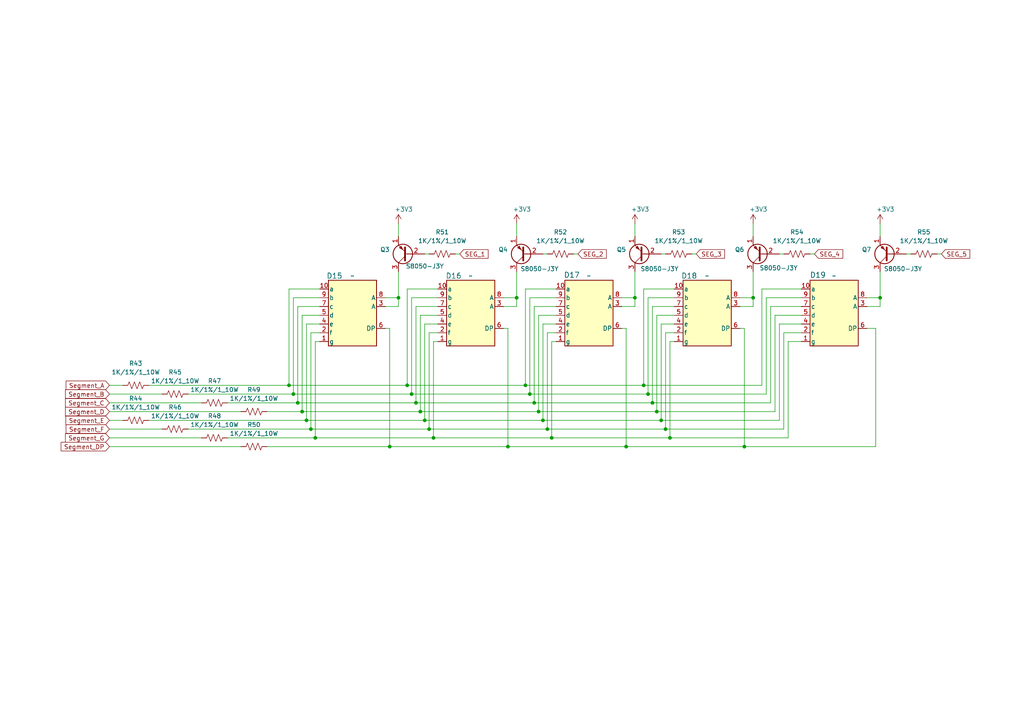
<source format=kicad_sch>
(kicad_sch (version 20231120) (generator "eeschema") (generator_version "8.0")
  (paper "A4")
  (lib_symbols
    (symbol "Measurement_Power_AC:Res_1K_0603_1%" (pin_numbers hide) (pin_names hide)
      (property "Reference" "R" (at 3.556 2.54 0))
      (property "Value" "1K/1%/1_10W" (at 4.064 -2.54 0))
      (symbol "Res_1K_0603_1%_0_1"
        (polyline (pts (xy 1.524 0) (xy 1.27 0)))
        (polyline (pts (xy 6.096 0) (xy 6.35 0)))
        (polyline (pts (xy 1.524 0) (xy 1.905 1.016) (xy 2.286 0) (xy 2.667 -1.016) (xy 3.048 0)))
        (polyline (pts (xy 3.048 0) (xy 3.429 1.016) (xy 3.81 0) (xy 4.191 -1.016) (xy 4.572 0)))
        (polyline (pts (xy 4.572 0) (xy 4.953 1.016) (xy 5.334 0) (xy 5.715 -1.016) (xy 6.096 0)))
      )
      (symbol "Res_1K_0603_1%_1_1"
        (pin passive line (at 0 0 0) (length 1.27) (name "~") (number "1"))
        (pin passive line (at 7.62 0 180) (length 1.27) (name "~") (number "2"))
      )
    )
    (symbol "Measurement_Power_AC:S8050-J3Y" (pin_names (offset 0) hide)
      (property "Reference" "Q" (at 5.08 1.905 0))
      (property "Value" "S8050-J3Y" (at 5.08 0 0))
      (symbol "S8050-J3Y_0_1"
        (polyline (pts (xy 0 0) (xy 0.635 0)))
        (polyline (pts (xy 2.54 -2.54) (xy 0.635 -0.635)))
        (polyline (pts (xy 2.54 2.54) (xy 0.635 0.635)))
        (polyline (pts (xy 0.635 1.905) (xy 0.635 -1.905) (xy 0.635 -1.905)) (stroke (width 0.508)) (fill (type outline)))
        (polyline (pts (xy 1.778 -2.286) (xy 2.286 -1.778) (xy 1.27 -1.27) (xy 1.778 -2.286) (xy 1.778 -2.286)) (fill (type outline)))
        (circle (center 1.27 0) (radius 2.8194) (stroke (width 0.254)))
      )
      (symbol "S8050-J3Y_1_1"
        (pin passive line (at 2.54 -5.08 90) (length 2.54) (name "E") (number "1"))
        (pin input line (at -5.08 0 0) (length 5.08) (name "B") (number "2"))
        (pin passive line (at 2.54 5.08 270) (length 2.54) (name "C") (number "3"))
      )
    )
    (symbol "Measurement_Power_AC:SM420563N" (pin_names (offset 0.254))
      (property "Reference" "D" (at 0.508 20.828 0))
      (symbol "SM420563N_0_1"
        (pin unspecified line (at -2.54 16.51 0) (length 2.54) (name "a") (number "10"))
        (pin unspecified line (at -2.54 3.81 0) (length 2.54) (name "f") (number "2"))
        (pin unspecified line (at 16.51 11.43 180) (length 2.54) (name "A") (number "3"))
        (pin unspecified line (at -2.54 6.35 0) (length 2.54) (name "e") (number "4"))
        (pin unspecified line (at -2.54 8.89 0) (length 2.54) (name "d") (number "5"))
        (pin unspecified line (at 16.51 5.08 180) (length 2.54) (name "DP") (number "6"))
        (pin unspecified line (at -2.54 11.43 0) (length 2.54) (name "c") (number "7"))
        (pin unspecified line (at 16.51 13.97 180) (length 2.54) (name "A") (number "8"))
        (pin unspecified line (at -2.54 13.97 0) (length 2.54) (name "b") (number "9"))
      )
      (symbol "SM420563N_1_1"
        (rectangle (start 0 19.05) (end 13.97 0) (stroke (width 0.254)) (fill (type background)))
        (pin unspecified line (at -2.54 1.27 0) (length 2.54) (name "g") (number "1"))
      )
    )
    (symbol "power:+3V3" (power) (pin_numbers hide) (pin_names (offset 0) hide)
      (property "Value" "+3V3" (at 0 3.556 0))
      (symbol "+3V3_0_1"
        (polyline (pts (xy -0.762 1.27) (xy 0 2.54)))
        (polyline (pts (xy 0 0) (xy 0 2.54)))
        (polyline (pts (xy 0 2.54) (xy 0.762 1.27)))
      )
      (symbol "+3V3_1_1"
        (pin power_in line (at 0 0 90) (length 0) (name "~") (number "1"))
      )
    )
  )
  (junction (at 181.61 129.54))
  (junction (at 118.11 111.76))
  (junction (at 255.27 86.36))
  (junction (at 90.17 124.46))
  (junction (at 189.23 116.84))
  (junction (at 153.67 114.3))
  (junction (at 120.65 116.84))
  (junction (at 123.19 121.92))
  (junction (at 91.44 127))
  (junction (at 86.36 116.84))
  (junction (at 158.75 124.46))
  (junction (at 113.03 129.54))
  (junction (at 154.94 116.84))
  (junction (at 88.9 121.92))
  (junction (at 187.96 114.3))
  (junction (at 115.57 86.36))
  (junction (at 121.92 119.38))
  (junction (at 149.86 86.36))
  (junction (at 160.02 127))
  (junction (at 147.32 129.54))
  (junction (at 87.63 119.38))
  (junction (at 191.77 121.92))
  (junction (at 156.21 119.38))
  (junction (at 193.04 124.46))
  (junction (at 124.46 124.46))
  (junction (at 184.15 86.36))
  (junction (at 215.9 129.54))
  (junction (at 157.48 121.92))
  (junction (at 119.38 114.3))
  (junction (at 152.4 111.76))
  (junction (at 83.82 111.76))
  (junction (at 194.31 127))
  (junction (at 186.69 111.76))
  (junction (at 85.09 114.3))
  (junction (at 190.5 119.38))
  (junction (at 218.44 86.36))
  (junction (at 125.73 127))
  (wire (pts (xy 254 129.54) (xy 254 95.25)))
  (wire (pts (xy 87.63 91.44) (xy 87.63 119.38)))
  (wire (pts (xy 123.19 121.92) (xy 157.48 121.92)))
  (wire (pts (xy 160.02 99.06) (xy 160.02 127)))
  (wire (pts (xy 220.98 83.82) (xy 232.41 83.82)))
  (wire (pts (xy 92.71 83.82) (xy 83.82 83.82)))
  (wire (pts (xy 153.67 86.36) (xy 153.67 114.3)))
  (wire (pts (xy 156.21 91.44) (xy 156.21 119.38)))
  (wire (pts (xy 232.41 93.98) (xy 226.06 93.98)))
  (wire (pts (xy 91.44 99.06) (xy 91.44 127)))
  (wire (pts (xy 190.5 91.44) (xy 190.5 119.38)))
  (wire (pts (xy 195.58 86.36) (xy 187.96 86.36)))
  (wire (pts (xy 218.44 88.9) (xy 218.44 86.36)))
  (wire (pts (xy 232.41 86.36) (xy 222.25 86.36)))
  (wire (pts (xy 161.29 86.36) (xy 153.67 86.36)))
  (wire (pts (xy 191.77 93.98) (xy 191.77 121.92)))
  (wire (pts (xy 160.02 127) (xy 194.31 127)))
  (wire (pts (xy 83.82 83.82) (xy 83.82 111.76)))
  (wire (pts (xy 226.06 93.98) (xy 226.06 121.92)))
  (wire (pts (xy 223.52 116.84) (xy 223.52 88.9)))
  (wire (pts (xy 223.52 88.9) (xy 232.41 88.9)))
  (wire (pts (xy 149.86 86.36) (xy 149.86 78.74)))
  (wire (pts (xy 54.61 124.46) (xy 90.17 124.46)))
  (wire (pts (xy 161.29 83.82) (xy 152.4 83.82)))
  (wire (pts (xy 218.44 86.36) (xy 218.44 78.74)))
  (wire (pts (xy 31.75 114.3) (xy 46.99 114.3)))
  (wire (pts (xy 152.4 111.76) (xy 186.69 111.76)))
  (wire (pts (xy 111.76 95.25) (xy 113.03 95.25)))
  (wire (pts (xy 119.38 114.3) (xy 153.67 114.3)))
  (wire (pts (xy 92.71 91.44) (xy 87.63 91.44)))
  (wire (pts (xy 232.41 99.06) (xy 228.6 99.06)))
  (wire (pts (xy 255.27 64.77) (xy 255.27 68.58)))
  (wire (pts (xy 166.37 73.66) (xy 167.64 73.66)))
  (wire (pts (xy 124.46 96.52) (xy 124.46 124.46)))
  (wire (pts (xy 220.98 111.76) (xy 220.98 83.82)))
  (wire (pts (xy 158.75 124.46) (xy 193.04 124.46)))
  (wire (pts (xy 146.05 88.9) (xy 149.86 88.9)))
  (wire (pts (xy 118.11 83.82) (xy 118.11 111.76)))
  (wire (pts (xy 127 86.36) (xy 119.38 86.36)))
  (wire (pts (xy 31.75 111.76) (xy 35.56 111.76)))
  (wire (pts (xy 154.94 88.9) (xy 154.94 116.84)))
  (wire (pts (xy 92.71 96.52) (xy 90.17 96.52)))
  (wire (pts (xy 181.61 129.54) (xy 215.9 129.54)))
  (wire (pts (xy 113.03 95.25) (xy 113.03 129.54)))
  (wire (pts (xy 66.04 116.84) (xy 86.36 116.84)))
  (wire (pts (xy 152.4 83.82) (xy 152.4 111.76)))
  (wire (pts (xy 226.06 73.66) (xy 227.33 73.66)))
  (wire (pts (xy 147.32 129.54) (xy 181.61 129.54)))
  (wire (pts (xy 215.9 95.25) (xy 215.9 129.54)))
  (wire (pts (xy 161.29 88.9) (xy 154.94 88.9)))
  (wire (pts (xy 158.75 96.52) (xy 158.75 124.46)))
  (wire (pts (xy 120.65 88.9) (xy 120.65 116.84)))
  (wire (pts (xy 92.71 99.06) (xy 91.44 99.06)))
  (wire (pts (xy 90.17 96.52) (xy 90.17 124.46)))
  (wire (pts (xy 83.82 111.76) (xy 118.11 111.76)))
  (wire (pts (xy 195.58 96.52) (xy 193.04 96.52)))
  (wire (pts (xy 251.46 88.9) (xy 255.27 88.9)))
  (wire (pts (xy 88.9 121.92) (xy 123.19 121.92)))
  (wire (pts (xy 161.29 93.98) (xy 157.48 93.98)))
  (wire (pts (xy 161.29 91.44) (xy 156.21 91.44)))
  (wire (pts (xy 92.71 88.9) (xy 86.36 88.9)))
  (wire (pts (xy 119.38 86.36) (xy 119.38 114.3)))
  (wire (pts (xy 180.34 95.25) (xy 181.61 95.25)))
  (wire (pts (xy 127 88.9) (xy 120.65 88.9)))
  (wire (pts (xy 186.69 83.82) (xy 186.69 111.76)))
  (wire (pts (xy 120.65 116.84) (xy 154.94 116.84)))
  (wire (pts (xy 181.61 95.25) (xy 181.61 129.54)))
  (wire (pts (xy 194.31 99.06) (xy 194.31 127)))
  (wire (pts (xy 125.73 99.06) (xy 125.73 127)))
  (wire (pts (xy 43.18 111.76) (xy 83.82 111.76)))
  (wire (pts (xy 189.23 88.9) (xy 189.23 116.84)))
  (wire (pts (xy 193.04 124.46) (xy 227.33 124.46)))
  (wire (pts (xy 127 83.82) (xy 118.11 83.82)))
  (wire (pts (xy 154.94 116.84) (xy 189.23 116.84)))
  (wire (pts (xy 187.96 114.3) (xy 222.25 114.3)))
  (wire (pts (xy 214.63 88.9) (xy 218.44 88.9)))
  (wire (pts (xy 157.48 93.98) (xy 157.48 121.92)))
  (wire (pts (xy 149.86 64.77) (xy 149.86 68.58)))
  (wire (pts (xy 111.76 86.36) (xy 115.57 86.36)))
  (wire (pts (xy 251.46 86.36) (xy 255.27 86.36)))
  (wire (pts (xy 146.05 86.36) (xy 149.86 86.36)))
  (wire (pts (xy 194.31 127) (xy 228.6 127)))
  (wire (pts (xy 127 99.06) (xy 125.73 99.06)))
  (wire (pts (xy 127 91.44) (xy 121.92 91.44)))
  (wire (pts (xy 85.09 114.3) (xy 119.38 114.3)))
  (wire (pts (xy 195.58 99.06) (xy 194.31 99.06)))
  (wire (pts (xy 77.47 129.54) (xy 113.03 129.54)))
  (wire (pts (xy 149.86 88.9) (xy 149.86 86.36)))
  (wire (pts (xy 77.47 119.38) (xy 87.63 119.38)))
  (wire (pts (xy 86.36 88.9) (xy 86.36 116.84)))
  (wire (pts (xy 189.23 116.84) (xy 223.52 116.84)))
  (wire (pts (xy 262.89 73.66) (xy 264.16 73.66)))
  (wire (pts (xy 123.19 73.66) (xy 124.46 73.66)))
  (wire (pts (xy 161.29 99.06) (xy 160.02 99.06)))
  (wire (pts (xy 180.34 88.9) (xy 184.15 88.9)))
  (wire (pts (xy 255.27 86.36) (xy 255.27 78.74)))
  (wire (pts (xy 157.48 73.66) (xy 158.75 73.66)))
  (wire (pts (xy 86.36 116.84) (xy 120.65 116.84)))
  (wire (pts (xy 118.11 111.76) (xy 152.4 111.76)))
  (wire (pts (xy 111.76 88.9) (xy 115.57 88.9)))
  (wire (pts (xy 91.44 127) (xy 125.73 127)))
  (wire (pts (xy 127 93.98) (xy 123.19 93.98)))
  (wire (pts (xy 161.29 96.52) (xy 158.75 96.52)))
  (wire (pts (xy 195.58 83.82) (xy 186.69 83.82)))
  (wire (pts (xy 224.79 91.44) (xy 224.79 119.38)))
  (wire (pts (xy 146.05 95.25) (xy 147.32 95.25)))
  (wire (pts (xy 271.78 73.66) (xy 273.05 73.66)))
  (wire (pts (xy 191.77 121.92) (xy 226.06 121.92)))
  (wire (pts (xy 222.25 86.36) (xy 222.25 114.3)))
  (wire (pts (xy 186.69 111.76) (xy 220.98 111.76)))
  (wire (pts (xy 31.75 116.84) (xy 58.42 116.84)))
  (wire (pts (xy 184.15 88.9) (xy 184.15 86.36)))
  (wire (pts (xy 31.75 124.46) (xy 46.99 124.46)))
  (wire (pts (xy 124.46 124.46) (xy 158.75 124.46)))
  (wire (pts (xy 234.95 73.66) (xy 236.22 73.66)))
  (wire (pts (xy 115.57 86.36) (xy 115.57 78.74)))
  (wire (pts (xy 87.63 119.38) (xy 121.92 119.38)))
  (wire (pts (xy 254 95.25) (xy 251.46 95.25)))
  (wire (pts (xy 54.61 114.3) (xy 85.09 114.3)))
  (wire (pts (xy 115.57 64.77) (xy 115.57 68.58)))
  (wire (pts (xy 147.32 95.25) (xy 147.32 129.54)))
  (wire (pts (xy 227.33 96.52) (xy 232.41 96.52)))
  (wire (pts (xy 31.75 129.54) (xy 69.85 129.54)))
  (wire (pts (xy 227.33 124.46) (xy 227.33 96.52)))
  (wire (pts (xy 121.92 91.44) (xy 121.92 119.38)))
  (wire (pts (xy 187.96 86.36) (xy 187.96 114.3)))
  (wire (pts (xy 193.04 96.52) (xy 193.04 124.46)))
  (wire (pts (xy 195.58 91.44) (xy 190.5 91.44)))
  (wire (pts (xy 127 96.52) (xy 124.46 96.52)))
  (wire (pts (xy 133.35 73.66) (xy 132.08 73.66)))
  (wire (pts (xy 31.75 121.92) (xy 35.56 121.92)))
  (wire (pts (xy 88.9 93.98) (xy 88.9 121.92)))
  (wire (pts (xy 184.15 64.77) (xy 184.15 68.58)))
  (wire (pts (xy 92.71 93.98) (xy 88.9 93.98)))
  (wire (pts (xy 156.21 119.38) (xy 190.5 119.38)))
  (wire (pts (xy 153.67 114.3) (xy 187.96 114.3)))
  (wire (pts (xy 43.18 121.92) (xy 88.9 121.92)))
  (wire (pts (xy 125.73 127) (xy 160.02 127)))
  (wire (pts (xy 92.71 86.36) (xy 85.09 86.36)))
  (wire (pts (xy 180.34 86.36) (xy 184.15 86.36)))
  (wire (pts (xy 115.57 88.9) (xy 115.57 86.36)))
  (wire (pts (xy 232.41 91.44) (xy 224.79 91.44)))
  (wire (pts (xy 190.5 119.38) (xy 224.79 119.38)))
  (wire (pts (xy 31.75 119.38) (xy 69.85 119.38)))
  (wire (pts (xy 184.15 86.36) (xy 184.15 78.74)))
  (wire (pts (xy 123.19 93.98) (xy 123.19 121.92)))
  (wire (pts (xy 85.09 86.36) (xy 85.09 114.3)))
  (wire (pts (xy 214.63 95.25) (xy 215.9 95.25)))
  (wire (pts (xy 218.44 64.77) (xy 218.44 68.58)))
  (wire (pts (xy 157.48 121.92) (xy 191.77 121.92)))
  (wire (pts (xy 255.27 88.9) (xy 255.27 86.36)))
  (wire (pts (xy 90.17 124.46) (xy 124.46 124.46)))
  (wire (pts (xy 215.9 129.54) (xy 254 129.54)))
  (wire (pts (xy 214.63 86.36) (xy 218.44 86.36)))
  (wire (pts (xy 195.58 93.98) (xy 191.77 93.98)))
  (wire (pts (xy 66.04 127) (xy 91.44 127)))
  (wire (pts (xy 228.6 99.06) (xy 228.6 127)))
  (wire (pts (xy 195.58 88.9) (xy 189.23 88.9)))
  (wire (pts (xy 191.77 73.66) (xy 193.04 73.66)))
  (wire (pts (xy 113.03 129.54) (xy 147.32 129.54)))
  (wire (pts (xy 200.66 73.66) (xy 201.93 73.66)))
  (wire (pts (xy 31.75 127) (xy 58.42 127)))
  (wire (pts (xy 121.92 119.38) (xy 156.21 119.38)))
  (global_label "SEG_1" (shape input) (at 133.35 73.66 0) (property "Intersheetrefs" "${INTERSHEET_REFS}" (effects (hide yes))))
  (global_label "Segment_D" (shape input) (at 31.75 119.38 180) (property "Intersheetrefs" "${INTERSHEET_REFS}" (effects (hide yes))))
  (global_label "SEG_4" (shape input) (at 236.22 73.66 0) (property "Intersheetrefs" "${INTERSHEET_REFS}" (effects (hide yes))))
  (global_label "Segment_G" (shape input) (at 31.75 127 180) (property "Intersheetrefs" "${INTERSHEET_REFS}" (effects (hide yes))))
  (global_label "Segment_F" (shape input) (at 31.75 124.46 180) (property "Intersheetrefs" "${INTERSHEET_REFS}" (effects (hide yes))))
  (global_label "Segment_A" (shape input) (at 31.75 111.76 180) (property "Intersheetrefs" "${INTERSHEET_REFS}" (effects (hide yes))))
  (global_label "Segment_E" (shape input) (at 31.75 121.92 180) (property "Intersheetrefs" "${INTERSHEET_REFS}" (effects (hide yes))))
  (global_label "Segment_B" (shape input) (at 31.75 114.3 180) (property "Intersheetrefs" "${INTERSHEET_REFS}" (effects (hide yes))))
  (global_label "Segment_C" (shape input) (at 31.75 116.84 180) (property "Intersheetrefs" "${INTERSHEET_REFS}" (effects (hide yes))))
  (global_label "SEG_3" (shape input) (at 201.93 73.66 0) (property "Intersheetrefs" "${INTERSHEET_REFS}" (effects (hide yes))))
  (global_label "SEG_2" (shape input) (at 167.64 73.66 0) (property "Intersheetrefs" "${INTERSHEET_REFS}" (effects (hide yes))))
  (global_label "SEG_5" (shape input) (at 273.05 73.66 0) (property "Intersheetrefs" "${INTERSHEET_REFS}" (effects (hide yes))))
  (global_label "Segment_DP" (shape input) (at 31.75 129.54 180) (property "Intersheetrefs" "${INTERSHEET_REFS}" (effects (hide yes))))
  (symbol (lib_id "Measurement_Power_AC:Res_1K_0603_1%") (at 124.46 73.66 0) (unit 1)
    (property "Reference" "R51" (at 128.27 67.31 0))
    (property "Value" "1K/1%/1_10W" (at 128.27 69.85 0))
    (property "Footprint" "Measure_Power_AC:Res_0603" (effects (hide yes)))
    (property "Datasheet" "https://fscdn.rohm.com/en/products/databook/datasheet/passive/resistor/chip_resistor/esr-e.pdf" (effects (hide yes)))
    (property "Description" "Res 1 KOhm 0603 1%" (effects (hide yes)))
    (property "Supply name" "Thegioiic" (effects (hide yes)))
    (property "Supply part number" "Điện Trở 1 KOhm 0603 1%" (effects (hide yes)))
    (property "Supply URL" "https://www.thegioiic.com/dien-tro-1-kohm-0603-1-" (effects (hide yes)))
  )
  (symbol (lib_id "power:+3V3") (at 255.27 64.77 0) (unit 1)
    (property "Reference" "#PWR0158" (effects (hide yes)))
    (property "Value" "+3V3" (at 256.794 60.706 0))
    (property "Description" "Power symbol creates a global label with name \"+3V3\"" (effects (hide yes)))
  )
  (symbol (lib_id "Measurement_Power_AC:Res_1K_0603_1%") (at 35.56 121.92 0) (unit 1)
    (property "Reference" "R44" (at 39.37 115.57 0))
    (property "Value" "1K/1%/1_10W" (at 39.37 118.11 0))
    (property "Footprint" "Measure_Power_AC:Res_0603" (effects (hide yes)))
    (property "Datasheet" "https://fscdn.rohm.com/en/products/databook/datasheet/passive/resistor/chip_resistor/esr-e.pdf" (effects (hide yes)))
    (property "Description" "Res 1 KOhm 0603 1%" (effects (hide yes)))
    (property "Supply name" "Thegioiic" (effects (hide yes)))
    (property "Supply part number" "Điện Trở 1 KOhm 0603 1%" (effects (hide yes)))
    (property "Supply URL" "https://www.thegioiic.com/dien-tro-1-kohm-0603-1-" (effects (hide yes)))
  )
  (symbol (lib_id "Measurement_Power_AC:Res_1K_0603_1%") (at 264.16 73.66 0) (unit 1)
    (property "Reference" "R55" (at 267.97 67.31 0))
    (property "Value" "1K/1%/1_10W" (at 267.97 69.85 0))
    (property "Footprint" "Measure_Power_AC:Res_0603" (effects (hide yes)))
    (property "Datasheet" "https://fscdn.rohm.com/en/products/databook/datasheet/passive/resistor/chip_resistor/esr-e.pdf" (effects (hide yes)))
    (property "Description" "Res 1 KOhm 0603 1%" (effects (hide yes)))
    (property "Supply name" "Thegioiic" (effects (hide yes)))
    (property "Supply part number" "Điện Trở 1 KOhm 0603 1%" (effects (hide yes)))
    (property "Supply URL" "https://www.thegioiic.com/dien-tro-1-kohm-0603-1-" (effects (hide yes)))
  )
  (symbol (lib_id "Measurement_Power_AC:Res_1K_0603_1%") (at 193.04 73.66 0) (unit 1)
    (property "Reference" "R53" (at 196.85 67.31 0))
    (property "Value" "1K/1%/1_10W" (at 196.85 69.85 0))
    (property "Footprint" "Measure_Power_AC:Res_0603" (effects (hide yes)))
    (property "Datasheet" "https://fscdn.rohm.com/en/products/databook/datasheet/passive/resistor/chip_resistor/esr-e.pdf" (effects (hide yes)))
    (property "Description" "Res 1 KOhm 0603 1%" (effects (hide yes)))
    (property "Supply name" "Thegioiic" (effects (hide yes)))
    (property "Supply part number" "Điện Trở 1 KOhm 0603 1%" (effects (hide yes)))
    (property "Supply URL" "https://www.thegioiic.com/dien-tro-1-kohm-0603-1-" (effects (hide yes)))
  )
  (symbol (lib_id "Measurement_Power_AC:Res_1K_0603_1%") (at 158.75 73.66 0) (unit 1)
    (property "Reference" "R52" (at 162.56 67.31 0))
    (property "Value" "1K/1%/1_10W" (at 162.56 69.85 0))
    (property "Footprint" "Measure_Power_AC:Res_0603" (effects (hide yes)))
    (property "Datasheet" "https://fscdn.rohm.com/en/products/databook/datasheet/passive/resistor/chip_resistor/esr-e.pdf" (effects (hide yes)))
    (property "Description" "Res 1 KOhm 0603 1%" (effects (hide yes)))
    (property "Supply name" "Thegioiic" (effects (hide yes)))
    (property "Supply part number" "Điện Trở 1 KOhm 0603 1%" (effects (hide yes)))
    (property "Supply URL" "https://www.thegioiic.com/dien-tro-1-kohm-0603-1-" (effects (hide yes)))
  )
  (symbol (lib_id "Measurement_Power_AC:S8050-J3Y") (at 220.98 73.66 180) (unit 1)
    (property "Reference" "Q6" (at 215.9 72.3899 0) (effects (justify left)))
    (property "Value" "S8050-J3Y" (at 231.394 77.724 0) (effects (justify left)))
    (property "Footprint" "Measure_Power_AC:SOT23" (effects (hide yes)))
    (property "Datasheet" "http://www.tme.vn/upload/pdf/S8050%20J3Y.pdf" (effects (hide yes)))
    (property "Description" "Transistor NPN 40V 500mA 150MHz 300mW" (effects (hide yes)))
    (property "Supply name" "tme" (effects (hide yes)))
    (property "Supply part number" "Transistor NPN 40V 500mA 150MHz 300mW, SOT23 SMD" (effects (hide yes)))
    (property "Supply URL" "http://www.tme.vn/Product.aspx?id=2257#page=pro_info" (effects (hide yes)))
  )
  (symbol (lib_id "power:+3V3") (at 149.86 64.77 0) (unit 1)
    (property "Reference" "#PWR0155" (effects (hide yes)))
    (property "Value" "+3V3" (at 151.384 60.706 0))
    (property "Description" "Power symbol creates a global label with name \"+3V3\"" (effects (hide yes)))
  )
  (symbol (lib_id "Measurement_Power_AC:SM420563N") (at 198.12 100.33 0) (unit 1)
    (property "Reference" "D18" (at 199.898 80.01 0) (effects (font (size 1.524 1.524))))
    (property "Value" "~" (at 205.105 80.01 0) (effects (font (size 1.524 1.524))))
    (property "Footprint" "Measure_Power_AC:7_Segment_LEDs" (effects (hide yes)))
    (property "Description" "7 Segment Leds, Size: 12.6 x 19.0 x 8.0mm" (effects (hide yes)))
    (property "Supply name" "Thegioiic" (effects (hide yes)))
    (property "Supply part number" "SM420563N LED 7 Đoạn 0.56inch Đỏ 1 Số Âm Chung" (effects (hide yes)))
    (property "Supply URL" "https://www.thegioiic.com/sm420563n-led-7-doan-0-56inch-do-1-so-am-chung" (effects (hide yes)))
  )
  (symbol (lib_id "Measurement_Power_AC:Res_1K_0603_1%") (at 69.85 129.54 0) (unit 1)
    (property "Reference" "R50" (at 73.66 123.19 0))
    (property "Value" "1K/1%/1_10W" (at 73.66 125.73 0))
    (property "Footprint" "Measure_Power_AC:Res_0603" (effects (hide yes)))
    (property "Datasheet" "https://fscdn.rohm.com/en/products/databook/datasheet/passive/resistor/chip_resistor/esr-e.pdf" (effects (hide yes)))
    (property "Description" "Res 1 KOhm 0603 1%" (effects (hide yes)))
    (property "Supply name" "Thegioiic" (effects (hide yes)))
    (property "Supply part number" "Điện Trở 1 KOhm 0603 1%" (effects (hide yes)))
    (property "Supply URL" "https://www.thegioiic.com/dien-tro-1-kohm-0603-1-" (effects (hide yes)))
  )
  (symbol (lib_id "Measurement_Power_AC:S8050-J3Y") (at 118.11 73.66 180) (unit 1)
    (property "Reference" "Q3" (at 113.03 72.3899 0) (effects (justify left)))
    (property "Value" "S8050-J3Y" (at 128.778 77.216 0) (effects (justify left)))
    (property "Footprint" "Measure_Power_AC:SOT23" (effects (hide yes)))
    (property "Datasheet" "http://www.tme.vn/upload/pdf/S8050%20J3Y.pdf" (effects (hide yes)))
    (property "Description" "Transistor NPN 40V 500mA 150MHz 300mW" (effects (hide yes)))
    (property "Supply name" "tme" (effects (hide yes)))
    (property "Supply part number" "Transistor NPN 40V 500mA 150MHz 300mW, SOT23 SMD" (effects (hide yes)))
    (property "Supply URL" "http://www.tme.vn/Product.aspx?id=2257#page=pro_info" (effects (hide yes)))
  )
  (symbol (lib_id "Measurement_Power_AC:Res_1K_0603_1%") (at 58.42 116.84 0) (unit 1)
    (property "Reference" "R47" (at 62.23 110.49 0))
    (property "Value" "1K/1%/1_10W" (at 62.23 113.03 0))
    (property "Footprint" "Measure_Power_AC:Res_0603" (effects (hide yes)))
    (property "Datasheet" "https://fscdn.rohm.com/en/products/databook/datasheet/passive/resistor/chip_resistor/esr-e.pdf" (effects (hide yes)))
    (property "Description" "Res 1 KOhm 0603 1%" (effects (hide yes)))
    (property "Supply name" "Thegioiic" (effects (hide yes)))
    (property "Supply part number" "Điện Trở 1 KOhm 0603 1%" (effects (hide yes)))
    (property "Supply URL" "https://www.thegioiic.com/dien-tro-1-kohm-0603-1-" (effects (hide yes)))
  )
  (symbol (lib_id "Measurement_Power_AC:Res_1K_0603_1%") (at 69.85 119.38 0) (unit 1)
    (property "Reference" "R49" (at 73.66 113.03 0))
    (property "Value" "1K/1%/1_10W" (at 73.66 115.57 0))
    (property "Footprint" "Measure_Power_AC:Res_0603" (effects (hide yes)))
    (property "Datasheet" "https://fscdn.rohm.com/en/products/databook/datasheet/passive/resistor/chip_resistor/esr-e.pdf" (effects (hide yes)))
    (property "Description" "Res 1 KOhm 0603 1%" (effects (hide yes)))
    (property "Supply name" "Thegioiic" (effects (hide yes)))
    (property "Supply part number" "Điện Trở 1 KOhm 0603 1%" (effects (hide yes)))
    (property "Supply URL" "https://www.thegioiic.com/dien-tro-1-kohm-0603-1-" (effects (hide yes)))
  )
  (symbol (lib_id "Measurement_Power_AC:Res_1K_0603_1%") (at 227.33 73.66 0) (unit 1)
    (property "Reference" "R54" (at 231.14 67.31 0))
    (property "Value" "1K/1%/1_10W" (at 231.14 69.85 0))
    (property "Footprint" "Measure_Power_AC:Res_0603" (effects (hide yes)))
    (property "Datasheet" "https://fscdn.rohm.com/en/products/databook/datasheet/passive/resistor/chip_resistor/esr-e.pdf" (effects (hide yes)))
    (property "Description" "Res 1 KOhm 0603 1%" (effects (hide yes)))
    (property "Supply name" "Thegioiic" (effects (hide yes)))
    (property "Supply part number" "Điện Trở 1 KOhm 0603 1%" (effects (hide yes)))
    (property "Supply URL" "https://www.thegioiic.com/dien-tro-1-kohm-0603-1-" (effects (hide yes)))
  )
  (symbol (lib_id "Measurement_Power_AC:SM420563N") (at 129.54 100.33 0) (unit 1)
    (property "Reference" "D16" (at 131.572 80.01 0) (effects (font (size 1.524 1.524))))
    (property "Value" "~" (at 136.525 80.01 0) (effects (font (size 1.524 1.524))))
    (property "Footprint" "Measure_Power_AC:7_Segment_LEDs" (effects (hide yes)))
    (property "Description" "7 Segment Leds, Size: 12.6 x 19.0 x 8.0mm" (effects (hide yes)))
    (property "Supply name" "Thegioiic" (effects (hide yes)))
    (property "Supply part number" "SM420563N LED 7 Đoạn 0.56inch Đỏ 1 Số Âm Chung" (effects (hide yes)))
    (property "Supply URL" "https://www.thegioiic.com/sm420563n-led-7-doan-0-56inch-do-1-so-am-chung" (effects (hide yes)))
  )
  (symbol (lib_id "Measurement_Power_AC:S8050-J3Y") (at 257.81 73.66 180) (unit 1)
    (property "Reference" "Q7" (at 252.73 72.3899 0) (effects (justify left)))
    (property "Value" "S8050-J3Y" (at 267.462 77.978 0) (effects (justify left)))
    (property "Footprint" "Measure_Power_AC:SOT23" (effects (hide yes)))
    (property "Datasheet" "http://www.tme.vn/upload/pdf/S8050%20J3Y.pdf" (effects (hide yes)))
    (property "Description" "Transistor NPN 40V 500mA 150MHz 300mW" (effects (hide yes)))
    (property "Supply name" "tme" (effects (hide yes)))
    (property "Supply part number" "Transistor NPN 40V 500mA 150MHz 300mW, SOT23 SMD" (effects (hide yes)))
    (property "Supply URL" "http://www.tme.vn/Product.aspx?id=2257#page=pro_info" (effects (hide yes)))
  )
  (symbol (lib_id "Measurement_Power_AC:SM420563N") (at 95.25 100.33 0) (unit 1)
    (property "Reference" "D15" (at 97.028 80.01 0) (effects (font (size 1.524 1.524))))
    (property "Value" "~" (at 102.235 80.01 0) (effects (font (size 1.524 1.524))))
    (property "Footprint" "Measure_Power_AC:7_Segment_LEDs" (effects (hide yes)))
    (property "Description" "7 Segment Leds, Size: 12.6 x 19.0 x 8.0mm" (effects (hide yes)))
    (property "Supply name" "Thegioiic" (effects (hide yes)))
    (property "Supply part number" "SM420563N LED 7 Đoạn 0.56inch Đỏ 1 Số Âm Chung" (effects (hide yes)))
    (property "Supply URL" "https://www.thegioiic.com/sm420563n-led-7-doan-0-56inch-do-1-so-am-chung" (effects (hide yes)))
  )
  (symbol (lib_id "Measurement_Power_AC:S8050-J3Y") (at 152.4 73.66 180) (unit 1)
    (property "Reference" "Q4" (at 147.32 72.3899 0) (effects (justify left)))
    (property "Value" "S8050-J3Y" (at 162.052 77.978 0) (effects (justify left)))
    (property "Footprint" "Measure_Power_AC:SOT23" (effects (hide yes)))
    (property "Datasheet" "http://www.tme.vn/upload/pdf/S8050%20J3Y.pdf" (effects (hide yes)))
    (property "Description" "Transistor NPN 40V 500mA 150MHz 300mW" (effects (hide yes)))
    (property "Supply name" "tme" (effects (hide yes)))
    (property "Supply part number" "Transistor NPN 40V 500mA 150MHz 300mW, SOT23 SMD" (effects (hide yes)))
    (property "Supply URL" "http://www.tme.vn/Product.aspx?id=2257#page=pro_info" (effects (hide yes)))
  )
  (symbol (lib_id "Measurement_Power_AC:S8050-J3Y") (at 186.69 73.66 180) (unit 1)
    (property "Reference" "Q5" (at 181.61 72.3899 0) (effects (justify left)))
    (property "Value" "S8050-J3Y" (at 196.85 77.978 0) (effects (justify left)))
    (property "Footprint" "Measure_Power_AC:SOT23" (effects (hide yes)))
    (property "Datasheet" "http://www.tme.vn/upload/pdf/S8050%20J3Y.pdf" (effects (hide yes)))
    (property "Description" "Transistor NPN 40V 500mA 150MHz 300mW" (effects (hide yes)))
    (property "Supply name" "tme" (effects (hide yes)))
    (property "Supply part number" "Transistor NPN 40V 500mA 150MHz 300mW, SOT23 SMD" (effects (hide yes)))
    (property "Supply URL" "http://www.tme.vn/Product.aspx?id=2257#page=pro_info" (effects (hide yes)))
  )
  (symbol (lib_id "Measurement_Power_AC:SM420563N") (at 163.83 100.33 0) (unit 1)
    (property "Reference" "D17" (at 165.862 79.756 0) (effects (font (size 1.524 1.524))))
    (property "Value" "~" (at 170.815 80.01 0) (effects (font (size 1.524 1.524))))
    (property "Footprint" "Measure_Power_AC:7_Segment_LEDs" (effects (hide yes)))
    (property "Description" "7 Segment Leds, Size: 12.6 x 19.0 x 8.0mm" (effects (hide yes)))
    (property "Supply name" "Thegioiic" (effects (hide yes)))
    (property "Supply part number" "SM420563N LED 7 Đoạn 0.56inch Đỏ 1 Số Âm Chung" (effects (hide yes)))
    (property "Supply URL" "https://www.thegioiic.com/sm420563n-led-7-doan-0-56inch-do-1-so-am-chung" (effects (hide yes)))
  )
  (symbol (lib_id "power:+3V3") (at 184.15 64.77 0) (unit 1)
    (property "Reference" "#PWR0156" (effects (hide yes)))
    (property "Value" "+3V3" (at 185.674 60.706 0))
    (property "Description" "Power symbol creates a global label with name \"+3V3\"" (effects (hide yes)))
  )
  (symbol (lib_id "Measurement_Power_AC:Res_1K_0603_1%") (at 35.56 111.76 0) (unit 1)
    (property "Reference" "R43" (at 39.37 105.41 0))
    (property "Value" "1K/1%/1_10W" (at 39.37 107.95 0))
    (property "Footprint" "Measure_Power_AC:Res_0603" (effects (hide yes)))
    (property "Datasheet" "https://fscdn.rohm.com/en/products/databook/datasheet/passive/resistor/chip_resistor/esr-e.pdf" (effects (hide yes)))
    (property "Description" "Res 1 KOhm 0603 1%" (effects (hide yes)))
    (property "Supply name" "Thegioiic" (effects (hide yes)))
    (property "Supply part number" "Điện Trở 1 KOhm 0603 1%" (effects (hide yes)))
    (property "Supply URL" "https://www.thegioiic.com/dien-tro-1-kohm-0603-1-" (effects (hide yes)))
  )
  (symbol (lib_id "Measurement_Power_AC:Res_1K_0603_1%") (at 46.99 114.3 0) (unit 1)
    (property "Reference" "R45" (at 50.8 107.95 0))
    (property "Value" "1K/1%/1_10W" (at 50.8 110.49 0))
    (property "Footprint" "Measure_Power_AC:Res_0603" (effects (hide yes)))
    (property "Datasheet" "https://fscdn.rohm.com/en/products/databook/datasheet/passive/resistor/chip_resistor/esr-e.pdf" (effects (hide yes)))
    (property "Description" "Res 1 KOhm 0603 1%" (effects (hide yes)))
    (property "Supply name" "Thegioiic" (effects (hide yes)))
    (property "Supply part number" "Điện Trở 1 KOhm 0603 1%" (effects (hide yes)))
    (property "Supply URL" "https://www.thegioiic.com/dien-tro-1-kohm-0603-1-" (effects (hide yes)))
  )
  (symbol (lib_id "power:+3V3") (at 115.57 64.77 0) (unit 1)
    (property "Reference" "#PWR0154" (effects (hide yes)))
    (property "Value" "+3V3" (at 117.094 60.706 0))
    (property "Description" "Power symbol creates a global label with name \"+3V3\"" (effects (hide yes)))
  )
  (symbol (lib_id "Measurement_Power_AC:Res_1K_0603_1%") (at 58.42 127 0) (unit 1)
    (property "Reference" "R48" (at 62.23 120.65 0))
    (property "Value" "1K/1%/1_10W" (at 62.23 123.19 0))
    (property "Footprint" "Measure_Power_AC:Res_0603" (effects (hide yes)))
    (property "Datasheet" "https://fscdn.rohm.com/en/products/databook/datasheet/passive/resistor/chip_resistor/esr-e.pdf" (effects (hide yes)))
    (property "Description" "Res 1 KOhm 0603 1%" (effects (hide yes)))
    (property "Supply name" "Thegioiic" (effects (hide yes)))
    (property "Supply part number" "Điện Trở 1 KOhm 0603 1%" (effects (hide yes)))
    (property "Supply URL" "https://www.thegioiic.com/dien-tro-1-kohm-0603-1-" (effects (hide yes)))
  )
  (symbol (lib_id "Measurement_Power_AC:SM420563N") (at 234.95 100.33 0) (unit 1)
    (property "Reference" "D19" (at 237.236 79.756 0) (effects (font (size 1.524 1.524))))
    (property "Value" "~" (at 241.935 80.01 0) (effects (font (size 1.524 1.524))))
    (property "Footprint" "Measure_Power_AC:7_Segment_LEDs" (effects (hide yes)))
    (property "Description" "7 Segment Leds, Size: 12.6 x 19.0 x 8.0mm" (effects (hide yes)))
    (property "Supply name" "Thegioiic" (effects (hide yes)))
    (property "Supply part number" "SM420563N LED 7 Đoạn 0.56inch Đỏ 1 Số Âm Chung" (effects (hide yes)))
    (property "Supply URL" "https://www.thegioiic.com/sm420563n-led-7-doan-0-56inch-do-1-so-am-chung" (effects (hide yes)))
  )
  (symbol (lib_id "Measurement_Power_AC:Res_1K_0603_1%") (at 46.99 124.46 0) (unit 1)
    (property "Reference" "R46" (at 50.8 118.11 0))
    (property "Value" "1K/1%/1_10W" (at 50.8 120.65 0))
    (property "Footprint" "Measure_Power_AC:Res_0603" (effects (hide yes)))
    (property "Datasheet" "https://fscdn.rohm.com/en/products/databook/datasheet/passive/resistor/chip_resistor/esr-e.pdf" (effects (hide yes)))
    (property "Description" "Res 1 KOhm 0603 1%" (effects (hide yes)))
    (property "Supply name" "Thegioiic" (effects (hide yes)))
    (property "Supply part number" "Điện Trở 1 KOhm 0603 1%" (effects (hide yes)))
    (property "Supply URL" "https://www.thegioiic.com/dien-tro-1-kohm-0603-1-" (effects (hide yes)))
  )
  (symbol (lib_id "power:+3V3") (at 218.44 64.77 0) (unit 1)
    (property "Reference" "#PWR0157" (effects (hide yes)))
    (property "Value" "+3V3" (at 219.964 60.706 0))
    (property "Description" "Power symbol creates a global label with name \"+3V3\"" (effects (hide yes)))
  )
)
</source>
